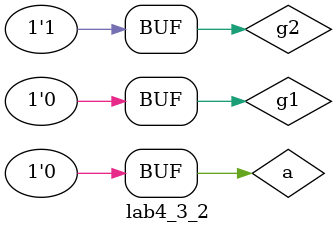
<source format=v>
`timescale 1ns / 1ps


module lab4_3_2(
    );
    reg a, g1, g2;

    initial
    begin
        a = 0; g1 = 0; g2 = 1;
        #40 a = 1;
        #20 g1 = 1;
        #20 g2 = 0;
        #20 a = 0;
        #20 g1 = 0;
        #20 g2 = 1;
    end
endmodule

</source>
